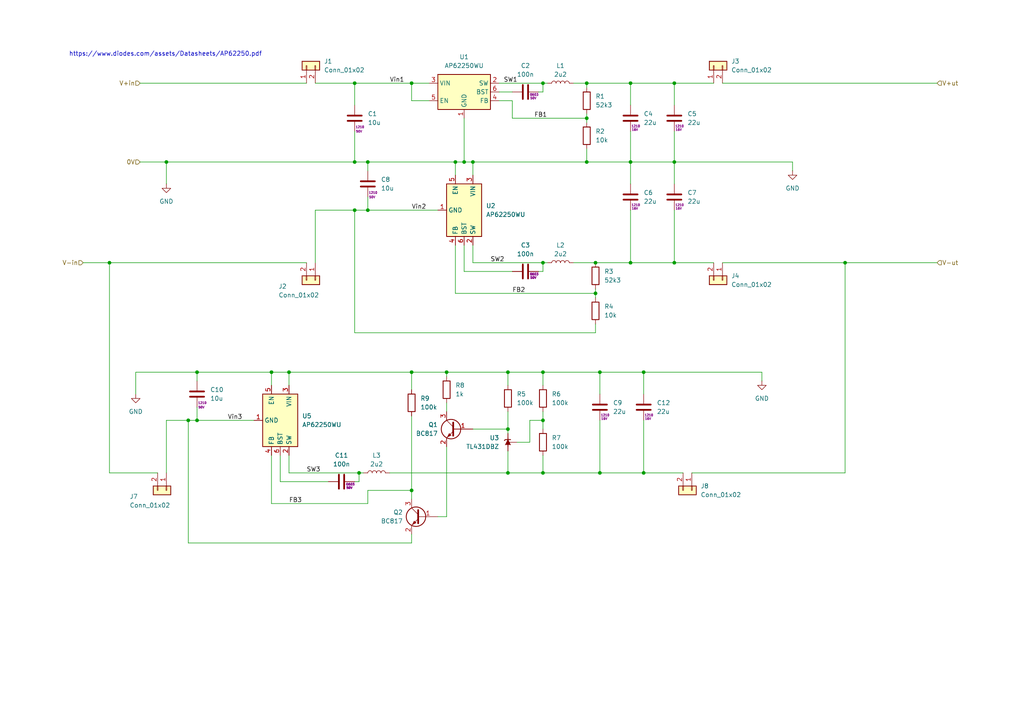
<source format=kicad_sch>
(kicad_sch (version 20231120) (generator "eeschema") (generator_version "8.0")
  (paper "A4")
  (lib_symbols
    (symbol "Connector_Generic:Conn_01x02" (pin_names (offset 1.016) hide)
      (property "Reference" "J" (at 0 2.54 0))
      (property "Value" "Conn_01x02" (at 0 -5.08 0))
      (symbol "Conn_01x02_1_1"
        (rectangle (start -1.27 -2.413) (end 0 -2.667) (stroke (width 0.1524)))
        (rectangle (start -1.27 0.127) (end 0 -0.127) (stroke (width 0.1524)))
        (rectangle (start -1.27 1.27) (end 1.27 -3.81) (stroke (width 0.254)) (fill (type background)))
        (pin passive line (at -5.08 0 0) (length 3.81) (name "Pin_1") (number "1"))
        (pin passive line (at -5.08 -2.54 0) (length 3.81) (name "Pin_2") (number "2"))
      )
    )
    (symbol "Device:C" (pin_numbers hide) (pin_names (offset 0.254))
      (property "Reference" "C" (at 0.635 2.54 0))
      (property "Value" "C" (at 0.635 -2.54 0))
      (symbol "C_0_1"
        (polyline (pts (xy -2.032 -0.762) (xy 2.032 -0.762)) (stroke (width 0.508)))
        (polyline (pts (xy -2.032 0.762) (xy 2.032 0.762)) (stroke (width 0.508)))
      )
      (symbol "C_1_1"
        (pin passive line (at 0 3.81 270) (length 2.794) (name "~") (number "1"))
        (pin passive line (at 0 -3.81 90) (length 2.794) (name "~") (number "2"))
      )
    )
    (symbol "Device:L" (pin_numbers hide) (pin_names (offset 1.016) hide)
      (property "Reference" "L" (at -1.27 0 90))
      (property "Value" "L" (at 1.905 0 90))
      (symbol "L_0_1"
        (arc (start 0 -2.54) (mid 0.6323 -1.905) (end 0 -1.27))
        (arc (start 0 -1.27) (mid 0.6323 -0.635) (end 0 0))
        (arc (start 0 0) (mid 0.6323 0.635) (end 0 1.27))
        (arc (start 0 1.27) (mid 0.6323 1.905) (end 0 2.54))
      )
      (symbol "L_1_1"
        (pin passive line (at 0 3.81 270) (length 1.27) (name "1") (number "1"))
        (pin passive line (at 0 -3.81 90) (length 1.27) (name "2") (number "2"))
      )
    )
    (symbol "Device:R" (pin_numbers hide) (pin_names (offset 0))
      (property "Reference" "R" (at 2.032 0 90))
      (property "Value" "R" (at 0 0 90))
      (symbol "R_0_1"
        (rectangle (start -1.016 -2.54) (end 1.016 2.54) (stroke (width 0.254)))
      )
      (symbol "R_1_1"
        (pin passive line (at 0 3.81 270) (length 1.27) (name "~") (number "1"))
        (pin passive line (at 0 -3.81 90) (length 1.27) (name "~") (number "2"))
      )
    )
    (symbol "Reference_Voltage:TL431DBZ" (pin_numbers hide) (pin_names hide)
      (property "Reference" "U" (at -2.54 2.54 0))
      (property "Value" "TL431DBZ" (at 0 -2.54 0))
      (symbol "TL431DBZ_0_1"
        (polyline (pts (xy -1.27 0) (xy 0 0) (xy 1.27 0)))
        (polyline (pts (xy -0.762 0.762) (xy 0.762 0) (xy -0.762 -0.762)) (fill (type outline)))
        (polyline (pts (xy 0.508 -1.016) (xy 0.762 -0.762) (xy 0.762 0.762) (xy 0.762 0.762)) (stroke (width 0.254)))
      )
      (symbol "TL431DBZ_1_1"
        (pin passive line (at 2.54 0 180) (length 2.54) (name "K") (number "1"))
        (pin passive line (at 0 2.54 270) (length 2.54) (name "REF") (number "2"))
        (pin passive line (at -2.54 0 0) (length 2.54) (name "A") (number "3"))
      )
    )
    (symbol "Regulator_Switching:AP62250WU"
      (property "Reference" "U" (at -7.62 6.35 0))
      (property "Value" "AP62250WU" (at 6.35 -6.35 0))
      (symbol "AP62250WU_0_1"
        (rectangle (start -7.62 5.08) (end 7.62 -5.08) (stroke (width 0.254)) (fill (type background)))
      )
      (symbol "AP62250WU_1_1"
        (pin power_in line (at 0 -7.62 90) (length 2.54) (name "GND") (number "1"))
        (pin output line (at 10.16 2.54 180) (length 2.54) (name "SW") (number "2"))
        (pin power_in line (at -10.16 2.54 0) (length 2.54) (name "VIN") (number "3"))
        (pin input line (at 10.16 -2.54 180) (length 2.54) (name "FB") (number "4"))
        (pin passive line (at -10.16 -2.54 0) (length 2.54) (name "EN") (number "5"))
        (pin passive line (at 10.16 0 180) (length 2.54) (name "BST") (number "6"))
      )
    )
    (symbol "Transistor_BJT:BC817" (pin_names (offset 0) hide)
      (property "Reference" "Q" (at 5.08 1.905 0))
      (property "Value" "BC817" (at 5.08 0 0))
      (symbol "BC817_0_1"
        (polyline (pts (xy 0.635 0.635) (xy 2.54 2.54)))
        (polyline (pts (xy 0.635 -0.635) (xy 2.54 -2.54) (xy 2.54 -2.54)))
        (polyline (pts (xy 0.635 1.905) (xy 0.635 -1.905) (xy 0.635 -1.905)) (stroke (width 0.508)))
        (polyline (pts (xy 1.27 -1.778) (xy 1.778 -1.27) (xy 2.286 -2.286) (xy 1.27 -1.778) (xy 1.27 -1.778)) (fill (type outline)))
        (circle (center 1.27 0) (radius 2.8194) (stroke (width 0.254)))
      )
      (symbol "BC817_1_1"
        (pin input line (at -5.08 0 0) (length 5.715) (name "B") (number "1"))
        (pin passive line (at 2.54 -5.08 90) (length 2.54) (name "E") (number "2"))
        (pin passive line (at 2.54 5.08 270) (length 2.54) (name "C") (number "3"))
      )
    )
    (symbol "power:GND" (power) (pin_numbers hide) (pin_names (offset 0) hide)
      (property "Value" "GND" (at 0 -3.81 0))
      (symbol "GND_0_1"
        (polyline (pts (xy 0 0) (xy 0 -1.27) (xy 1.27 -1.27) (xy 0 -2.54) (xy -1.27 -1.27) (xy 0 -1.27)))
      )
      (symbol "GND_1_1"
        (pin power_in line (at 0 0 270) (length 0) (name "~") (number "1"))
      )
    )
  )
  (junction (at 157.48 107.95))
  (junction (at 172.72 76.2))
  (junction (at 170.18 46.99))
  (junction (at 182.88 76.2))
  (junction (at 173.99 107.95))
  (junction (at 195.58 46.99))
  (junction (at 134.62 46.99))
  (junction (at 102.87 24.13))
  (junction (at 170.18 24.13))
  (junction (at 104.14 137.16))
  (junction (at 170.18 34.29))
  (junction (at 147.32 124.46))
  (junction (at 137.16 46.99))
  (junction (at 182.88 24.13))
  (junction (at 132.08 46.99))
  (junction (at 195.58 24.13))
  (junction (at 182.88 46.99))
  (junction (at 157.48 121.92))
  (junction (at 157.48 137.16))
  (junction (at 102.87 60.96))
  (junction (at 172.72 85.09))
  (junction (at 54.61 121.92))
  (junction (at 245.11 76.2))
  (junction (at 57.15 121.92))
  (junction (at 157.48 76.2))
  (junction (at 57.15 107.95))
  (junction (at 195.58 76.2))
  (junction (at 147.32 137.16))
  (junction (at 157.48 24.13))
  (junction (at 129.54 107.95))
  (junction (at 102.87 46.99))
  (junction (at 119.38 24.13))
  (junction (at 78.74 107.95))
  (junction (at 186.69 107.95))
  (junction (at 48.26 46.99))
  (junction (at 106.68 46.99))
  (junction (at 147.32 107.95))
  (junction (at 119.38 142.24))
  (junction (at 173.99 137.16))
  (junction (at 31.75 76.2))
  (junction (at 83.82 107.95))
  (junction (at 186.69 137.16))
  (junction (at 106.68 60.96))
  (junction (at 119.38 107.95))
  (wire (pts (xy 119.38 29.21) (xy 119.38 24.13)))
  (wire (pts (xy 220.98 107.95) (xy 220.98 110.49)))
  (wire (pts (xy 40.64 24.13) (xy 88.9 24.13)))
  (wire (pts (xy 195.58 38.1) (xy 195.58 46.99)))
  (wire (pts (xy 172.72 76.2) (xy 182.88 76.2)))
  (wire (pts (xy 91.44 76.2) (xy 91.44 60.96)))
  (wire (pts (xy 83.82 137.16) (xy 104.14 137.16)))
  (wire (pts (xy 102.87 38.1) (xy 102.87 46.99)))
  (wire (pts (xy 127 149.86) (xy 129.54 149.86)))
  (wire (pts (xy 132.08 85.09) (xy 172.72 85.09)))
  (wire (pts (xy 54.61 157.48) (xy 119.38 157.48)))
  (wire (pts (xy 200.66 137.16) (xy 245.11 137.16)))
  (wire (pts (xy 195.58 24.13) (xy 207.01 24.13)))
  (wire (pts (xy 195.58 60.96) (xy 195.58 76.2)))
  (wire (pts (xy 134.62 78.74) (xy 134.62 71.12)))
  (wire (pts (xy 156.21 26.67) (xy 157.48 26.67)))
  (wire (pts (xy 147.32 107.95) (xy 157.48 107.95)))
  (wire (pts (xy 172.72 85.09) (xy 172.72 86.36)))
  (wire (pts (xy 119.38 154.94) (xy 119.38 157.48)))
  (wire (pts (xy 147.32 130.81) (xy 147.32 137.16)))
  (wire (pts (xy 104.14 137.16) (xy 104.14 139.7)))
  (wire (pts (xy 106.68 46.99) (xy 106.68 49.53)))
  (wire (pts (xy 102.87 60.96) (xy 102.87 96.52)))
  (wire (pts (xy 195.58 46.99) (xy 195.58 53.34)))
  (wire (pts (xy 39.37 107.95) (xy 57.15 107.95)))
  (wire (pts (xy 157.48 119.38) (xy 157.48 121.92)))
  (wire (pts (xy 102.87 46.99) (xy 106.68 46.99)))
  (wire (pts (xy 148.59 34.29) (xy 170.18 34.29)))
  (wire (pts (xy 182.88 24.13) (xy 182.88 30.48)))
  (wire (pts (xy 157.48 76.2) (xy 157.48 78.74)))
  (wire (pts (xy 149.86 128.27) (xy 153.67 128.27)))
  (wire (pts (xy 48.26 46.99) (xy 48.26 53.34)))
  (wire (pts (xy 172.72 96.52) (xy 102.87 96.52)))
  (wire (pts (xy 182.88 46.99) (xy 195.58 46.99)))
  (wire (pts (xy 57.15 118.11) (xy 57.15 121.92)))
  (wire (pts (xy 137.16 46.99) (xy 170.18 46.99)))
  (wire (pts (xy 48.26 121.92) (xy 54.61 121.92)))
  (wire (pts (xy 148.59 29.21) (xy 148.59 34.29)))
  (wire (pts (xy 144.78 29.21) (xy 148.59 29.21)))
  (wire (pts (xy 83.82 107.95) (xy 83.82 111.76)))
  (wire (pts (xy 157.48 107.95) (xy 173.99 107.95)))
  (wire (pts (xy 132.08 46.99) (xy 134.62 46.99)))
  (wire (pts (xy 144.78 26.67) (xy 148.59 26.67)))
  (wire (pts (xy 182.88 24.13) (xy 195.58 24.13)))
  (wire (pts (xy 81.28 139.7) (xy 81.28 132.08)))
  (wire (pts (xy 31.75 76.2) (xy 31.75 137.16)))
  (wire (pts (xy 157.48 24.13) (xy 158.75 24.13)))
  (wire (pts (xy 229.87 46.99) (xy 229.87 49.53)))
  (wire (pts (xy 129.54 149.86) (xy 129.54 129.54)))
  (wire (pts (xy 91.44 60.96) (xy 102.87 60.96)))
  (wire (pts (xy 182.88 46.99) (xy 182.88 53.34)))
  (wire (pts (xy 245.11 76.2) (xy 271.78 76.2)))
  (wire (pts (xy 173.99 137.16) (xy 186.69 137.16)))
  (wire (pts (xy 78.74 111.76) (xy 78.74 107.95)))
  (wire (pts (xy 157.48 76.2) (xy 158.75 76.2)))
  (wire (pts (xy 166.37 24.13) (xy 170.18 24.13)))
  (wire (pts (xy 31.75 76.2) (xy 88.9 76.2)))
  (wire (pts (xy 31.75 137.16) (xy 45.72 137.16)))
  (wire (pts (xy 182.88 38.1) (xy 182.88 46.99)))
  (wire (pts (xy 148.59 78.74) (xy 134.62 78.74)))
  (wire (pts (xy 157.48 121.92) (xy 157.48 124.46)))
  (wire (pts (xy 182.88 76.2) (xy 195.58 76.2)))
  (wire (pts (xy 173.99 107.95) (xy 173.99 114.3)))
  (wire (pts (xy 156.21 78.74) (xy 157.48 78.74)))
  (wire (pts (xy 106.68 60.96) (xy 127 60.96)))
  (wire (pts (xy 119.38 107.95) (xy 129.54 107.95)))
  (wire (pts (xy 106.68 146.05) (xy 106.68 142.24)))
  (wire (pts (xy 186.69 137.16) (xy 198.12 137.16)))
  (wire (pts (xy 173.99 107.95) (xy 186.69 107.95)))
  (wire (pts (xy 48.26 46.99) (xy 102.87 46.99)))
  (wire (pts (xy 129.54 107.95) (xy 147.32 107.95)))
  (wire (pts (xy 147.32 107.95) (xy 147.32 111.76)))
  (wire (pts (xy 24.13 76.2) (xy 31.75 76.2)))
  (wire (pts (xy 83.82 132.08) (xy 83.82 137.16)))
  (wire (pts (xy 57.15 107.95) (xy 78.74 107.95)))
  (wire (pts (xy 119.38 120.65) (xy 119.38 142.24)))
  (wire (pts (xy 83.82 107.95) (xy 119.38 107.95)))
  (wire (pts (xy 170.18 46.99) (xy 182.88 46.99)))
  (wire (pts (xy 78.74 107.95) (xy 83.82 107.95)))
  (wire (pts (xy 102.87 24.13) (xy 119.38 24.13)))
  (wire (pts (xy 137.16 46.99) (xy 137.16 50.8)))
  (wire (pts (xy 157.48 137.16) (xy 173.99 137.16)))
  (wire (pts (xy 186.69 107.95) (xy 186.69 114.3)))
  (wire (pts (xy 153.67 128.27) (xy 153.67 121.92)))
  (wire (pts (xy 144.78 24.13) (xy 157.48 24.13)))
  (wire (pts (xy 137.16 76.2) (xy 157.48 76.2)))
  (wire (pts (xy 153.67 121.92) (xy 157.48 121.92)))
  (wire (pts (xy 39.37 107.95) (xy 39.37 114.3)))
  (wire (pts (xy 170.18 24.13) (xy 182.88 24.13)))
  (wire (pts (xy 132.08 71.12) (xy 132.08 85.09)))
  (wire (pts (xy 170.18 33.02) (xy 170.18 34.29)))
  (wire (pts (xy 147.32 137.16) (xy 157.48 137.16)))
  (wire (pts (xy 48.26 137.16) (xy 48.26 121.92)))
  (wire (pts (xy 195.58 24.13) (xy 195.58 30.48)))
  (wire (pts (xy 102.87 24.13) (xy 102.87 30.48)))
  (wire (pts (xy 40.64 46.99) (xy 48.26 46.99)))
  (wire (pts (xy 172.72 83.82) (xy 172.72 85.09)))
  (wire (pts (xy 186.69 107.95) (xy 220.98 107.95)))
  (wire (pts (xy 106.68 142.24) (xy 119.38 142.24)))
  (wire (pts (xy 57.15 121.92) (xy 73.66 121.92)))
  (wire (pts (xy 129.54 116.84) (xy 129.54 119.38)))
  (wire (pts (xy 182.88 60.96) (xy 182.88 76.2)))
  (wire (pts (xy 106.68 46.99) (xy 132.08 46.99)))
  (wire (pts (xy 129.54 107.95) (xy 129.54 109.22)))
  (wire (pts (xy 147.32 124.46) (xy 147.32 125.73)))
  (wire (pts (xy 195.58 76.2) (xy 207.01 76.2)))
  (wire (pts (xy 113.03 137.16) (xy 147.32 137.16)))
  (wire (pts (xy 134.62 46.99) (xy 137.16 46.99)))
  (wire (pts (xy 78.74 132.08) (xy 78.74 146.05)))
  (wire (pts (xy 166.37 76.2) (xy 172.72 76.2)))
  (wire (pts (xy 95.25 139.7) (xy 81.28 139.7)))
  (wire (pts (xy 195.58 46.99) (xy 229.87 46.99)))
  (wire (pts (xy 172.72 93.98) (xy 172.72 96.52)))
  (wire (pts (xy 104.14 137.16) (xy 105.41 137.16)))
  (wire (pts (xy 119.38 107.95) (xy 119.38 113.03)))
  (wire (pts (xy 147.32 119.38) (xy 147.32 124.46)))
  (wire (pts (xy 134.62 34.29) (xy 134.62 46.99)))
  (wire (pts (xy 157.48 107.95) (xy 157.48 111.76)))
  (wire (pts (xy 119.38 24.13) (xy 124.46 24.13)))
  (wire (pts (xy 119.38 142.24) (xy 119.38 144.78)))
  (wire (pts (xy 186.69 121.92) (xy 186.69 137.16)))
  (wire (pts (xy 170.18 34.29) (xy 170.18 35.56)))
  (wire (pts (xy 57.15 107.95) (xy 57.15 110.49)))
  (wire (pts (xy 137.16 124.46) (xy 147.32 124.46)))
  (wire (pts (xy 102.87 139.7) (xy 104.14 139.7)))
  (wire (pts (xy 54.61 121.92) (xy 57.15 121.92)))
  (wire (pts (xy 132.08 50.8) (xy 132.08 46.99)))
  (wire (pts (xy 102.87 60.96) (xy 106.68 60.96)))
  (wire (pts (xy 173.99 121.92) (xy 173.99 137.16)))
  (wire (pts (xy 54.61 121.92) (xy 54.61 157.48)))
  (wire (pts (xy 124.46 29.21) (xy 119.38 29.21)))
  (wire (pts (xy 78.74 146.05) (xy 106.68 146.05)))
  (wire (pts (xy 91.44 24.13) (xy 102.87 24.13)))
  (wire (pts (xy 137.16 71.12) (xy 137.16 76.2)))
  (wire (pts (xy 157.48 24.13) (xy 157.48 26.67)))
  (wire (pts (xy 106.68 57.15) (xy 106.68 60.96)))
  (wire (pts (xy 245.11 137.16) (xy 245.11 76.2)))
  (wire (pts (xy 209.55 76.2) (xy 245.11 76.2)))
  (wire (pts (xy 170.18 24.13) (xy 170.18 25.4)))
  (wire (pts (xy 209.55 24.13) (xy 271.78 24.13)))
  (wire (pts (xy 157.48 132.08) (xy 157.48 137.16)))
  (wire (pts (xy 170.18 43.18) (xy 170.18 46.99)))
  (text "https://www.diodes.com/assets/Datasheets/AP62250.pdf" (at 48.006 15.748 0) (effects (font (size 1.27 1.27))))
  (label "Vin2" (at 119.38 60.96 0))
  (label "FB2" (at 148.59 85.09 0))
  (label "FB1" (at 154.94 34.29 0))
  (label "Vin1" (at 113.03 24.13 0))
  (label "SW1" (at 146.05 24.13 0))
  (label "SW3" (at 88.9 137.16 0))
  (label "FB3" (at 83.82 146.05 0))
  (label "Vin3" (at 66.04 121.92 0))
  (label "SW2" (at 142.24 76.2 0))
  (hierarchical_label "V+in" (shape input) (at 40.64 24.13 180))
  (hierarchical_label "V+ut" (shape input) (at 271.78 24.13 0))
  (hierarchical_label "0V" (shape input) (at 40.64 46.99 180))
  (hierarchical_label "V-ut" (shape input) (at 271.78 76.2 0))
  (hierarchical_label "V-in" (shape input) (at 24.13 76.2 180))
  (symbol (lib_id "Connector_Generic:Conn_01x02") (at 91.44 81.28 270) (unit 1)
    (property "Reference" "J2" (at 80.772 83.058 90) (effects (justify left)))
    (property "Value" "Conn_01x02" (at 80.772 85.598 90) (effects (justify left)))
    (property "Footprint" "Connector_PinHeader_2.54mm:PinHeader_1x02_P2.54mm_Vertical" (effects (hide yes)))
    (property "Description" "Generic connector, single row, 01x02, script generated (kicad-library-utils/schlib/autogen/connector/)" (effects (hide yes)))
  )
  (symbol (lib_id "Device:C") (at 152.4 26.67 90) (unit 1)
    (property "Reference" "C2" (at 152.4 19.05 90))
    (property "Value" "100n" (at 152.4 21.59 90))
    (property "Footprint" "Capacitor_SMD:C_0603_1608Metric_Pad1.08x0.95mm_HandSolder" (effects (hide yes)))
    (property "Description" "Unpolarized capacitor" (effects (hide yes)))
    (property "Voltage" "50V" (at 154.686 28.448 90) (effects (font (size 0.635 0.635))))
    (property "Package" "0603" (at 154.94 27.432 90) (effects (font (size 0.635 0.635))))
  )
  (symbol (lib_id "Device:R") (at 170.18 29.21 0) (unit 1)
    (property "Reference" "R1" (at 172.72 27.9399 0) (effects (justify left)))
    (property "Value" "52k3" (at 172.72 30.4799 0) (effects (justify left)))
    (property "Footprint" "Resistor_SMD:R_0603_1608Metric_Pad0.98x0.95mm_HandSolder" (effects (hide yes)))
    (property "Description" "Resistor" (effects (hide yes)))
    (property "Package" "0603" (effects (hide yes)))
  )
  (symbol (lib_id "Device:C") (at 173.99 118.11 0) (unit 1)
    (property "Reference" "C9" (at 177.8 116.8399 0) (effects (justify left)))
    (property "Value" "22u" (at 177.8 119.3799 0) (effects (justify left)))
    (property "Footprint" "Capacitor_SMD:C_1210_3225Metric_Pad1.33x2.70mm_HandSolder" (effects (hide yes)))
    (property "Description" "Unpolarized capacitor" (effects (hide yes)))
    (property "Package" "1210" (at 175.514 120.396 0) (effects (font (size 0.635 0.635))))
    (property "Voltage" "16V" (at 175.26 121.412 0) (effects (font (size 0.635 0.635))))
  )
  (symbol (lib_id "power:GND") (at 39.37 114.3 0) (unit 1)
    (property "Reference" "#PWR01" (effects (hide yes)))
    (property "Value" "GND" (at 39.37 119.38 0))
    (property "Description" "Power symbol creates a global label with name \"GND\" , ground" (effects (hide yes)))
  )
  (symbol (lib_id "Connector_Generic:Conn_01x02") (at 200.66 142.24 270) (unit 1)
    (property "Reference" "J8" (at 203.2 140.9699 90) (effects (justify left)))
    (property "Value" "Conn_01x02" (at 203.2 143.5099 90) (effects (justify left)))
    (property "Footprint" "Connector_PinHeader_2.54mm:PinHeader_1x02_P2.54mm_Vertical" (effects (hide yes)))
    (property "Description" "Generic connector, single row, 01x02, script generated (kicad-library-utils/schlib/autogen/connector/)" (effects (hide yes)))
  )
  (symbol (lib_id "Device:C") (at 106.68 53.34 0) (unit 1)
    (property "Reference" "C8" (at 110.49 52.0699 0) (effects (justify left)))
    (property "Value" "10u" (at 110.49 54.6099 0) (effects (justify left)))
    (property "Footprint" "Capacitor_SMD:C_1210_3225Metric_Pad1.33x2.70mm_HandSolder" (effects (hide yes)))
    (property "Description" "Unpolarized capacitor" (effects (hide yes)))
    (property "Voltage" "50V" (at 107.95 57.15 0) (effects (font (size 0.635 0.635))))
    (property "Package" "1210" (at 108.204 55.88 0) (effects (font (size 0.635 0.635))))
  )
  (symbol (lib_id "Device:C") (at 152.4 78.74 90) (unit 1)
    (property "Reference" "C3" (at 152.4 71.12 90))
    (property "Value" "100n" (at 152.4 73.66 90))
    (property "Footprint" "Capacitor_SMD:C_0603_1608Metric_Pad1.08x0.95mm_HandSolder" (effects (hide yes)))
    (property "Description" "Unpolarized capacitor" (effects (hide yes)))
    (property "Voltage" "50V" (at 154.686 80.518 90) (effects (font (size 0.635 0.635))))
    (property "Package" "0603" (at 154.94 79.502 90) (effects (font (size 0.635 0.635))))
  )
  (symbol (lib_id "Device:C") (at 102.87 34.29 0) (unit 1)
    (property "Reference" "C1" (at 106.68 33.0199 0) (effects (justify left)))
    (property "Value" "10u" (at 106.68 35.5599 0) (effects (justify left)))
    (property "Footprint" "Capacitor_SMD:C_1210_3225Metric_Pad1.33x2.70mm_HandSolder" (effects (hide yes)))
    (property "Description" "Unpolarized capacitor" (effects (hide yes)))
    (property "Voltage" "50V" (at 104.14 38.1 0) (effects (font (size 0.635 0.635))))
    (property "Package" "1210" (at 104.394 36.83 0) (effects (font (size 0.635 0.635))))
  )
  (symbol (lib_id "Reference_Voltage:TL431DBZ") (at 147.32 128.27 270) (mirror x) (unit 1)
    (property "Reference" "U3" (at 144.78 126.9999 90) (effects (justify right)))
    (property "Value" "TL431DBZ" (at 144.78 129.5399 90) (effects (justify right)))
    (property "Footprint" "Package_TO_SOT_SMD:SOT-23" (effects (hide yes)))
    (property "Datasheet" "http://www.ti.com/lit/ds/symlink/tl431.pdf" (effects (hide yes)))
    (property "Description" "Shunt Regulator, SOT-23" (effects (hide yes)))
    (property "MPN" "TL431" (effects (hide yes)))
  )
  (symbol (lib_id "Device:C") (at 57.15 114.3 0) (unit 1)
    (property "Reference" "C10" (at 60.96 113.0299 0) (effects (justify left)))
    (property "Value" "10u" (at 60.96 115.5699 0) (effects (justify left)))
    (property "Footprint" "Capacitor_SMD:C_1210_3225Metric_Pad1.33x2.70mm_HandSolder" (effects (hide yes)))
    (property "Description" "Unpolarized capacitor" (effects (hide yes)))
    (property "Voltage" "50V" (at 58.42 118.11 0) (effects (font (size 0.635 0.635))))
    (property "Package" "1210" (at 58.674 116.84 0) (effects (font (size 0.635 0.635))))
  )
  (symbol (lib_id "power:GND") (at 229.87 49.53 0) (unit 1)
    (property "Reference" "#PWR04" (effects (hide yes)))
    (property "Value" "GND" (at 229.87 54.61 0))
    (property "Description" "Power symbol creates a global label with name \"GND\" , ground" (effects (hide yes)))
  )
  (symbol (lib_id "Device:C") (at 182.88 57.15 0) (unit 1)
    (property "Reference" "C6" (at 186.69 55.8799 0) (effects (justify left)))
    (property "Value" "22u" (at 186.69 58.4199 0) (effects (justify left)))
    (property "Footprint" "Capacitor_SMD:C_1210_3225Metric_Pad1.33x2.70mm_HandSolder" (effects (hide yes)))
    (property "Description" "Unpolarized capacitor" (effects (hide yes)))
    (property "Package" "1210" (at 184.404 59.436 0) (effects (font (size 0.635 0.635))))
    (property "Voltage" "16V" (at 184.15 60.452 0) (effects (font (size 0.635 0.635))))
  )
  (symbol (lib_id "power:GND") (at 48.26 53.34 0) (unit 1)
    (property "Reference" "#PWR03" (effects (hide yes)))
    (property "Value" "GND" (at 48.26 58.42 0))
    (property "Description" "Power symbol creates a global label with name \"GND\" , ground" (effects (hide yes)))
  )
  (symbol (lib_id "Device:C") (at 182.88 34.29 0) (unit 1)
    (property "Reference" "C4" (at 186.69 33.0199 0) (effects (justify left)))
    (property "Value" "22u" (at 186.69 35.5599 0) (effects (justify left)))
    (property "Footprint" "Capacitor_SMD:C_1210_3225Metric_Pad1.33x2.70mm_HandSolder" (effects (hide yes)))
    (property "Description" "Unpolarized capacitor" (effects (hide yes)))
    (property "Package" "1210" (at 184.404 36.576 0) (effects (font (size 0.635 0.635))))
    (property "Voltage" "16V" (at 184.15 37.592 0) (effects (font (size 0.635 0.635))))
  )
  (symbol (lib_id "Device:L") (at 109.22 137.16 90) (unit 1)
    (property "Reference" "L3" (at 109.22 132.08 90))
    (property "Value" "2u2" (at 109.22 134.62 90))
    (property "Footprint" "buck_lib:L_Eaton_DR74" (effects (hide yes)))
    (property "Description" "Inductor" (effects (hide yes)))
    (property "MPN" "DR74-4R7-R" (effects (hide yes)))
    (property "Mfr" "Eaton - Electronics Division" (effects (hide yes)))
  )
  (symbol (lib_id "Connector_Generic:Conn_01x02") (at 88.9 19.05 90) (unit 1)
    (property "Reference" "J1" (at 93.98 17.7799 90) (effects (justify right)))
    (property "Value" "Conn_01x02" (at 93.98 20.3199 90) (effects (justify right)))
    (property "Footprint" "Connector_PinHeader_2.54mm:PinHeader_1x02_P2.54mm_Vertical" (effects (hide yes)))
    (property "Description" "Generic connector, single row, 01x02, script generated (kicad-library-utils/schlib/autogen/connector/)" (effects (hide yes)))
  )
  (symbol (lib_id "Connector_Generic:Conn_01x02") (at 48.26 142.24 270) (unit 1)
    (property "Reference" "J7" (at 37.592 144.018 90) (effects (justify left)))
    (property "Value" "Conn_01x02" (at 37.592 146.558 90) (effects (justify left)))
    (property "Footprint" "Connector_PinHeader_2.54mm:PinHeader_1x02_P2.54mm_Vertical" (effects (hide yes)))
    (property "Description" "Generic connector, single row, 01x02, script generated (kicad-library-utils/schlib/autogen/connector/)" (effects (hide yes)))
  )
  (symbol (lib_id "Device:R") (at 170.18 39.37 0) (unit 1)
    (property "Reference" "R2" (at 172.72 38.0999 0) (effects (justify left)))
    (property "Value" "10k" (at 172.72 40.6399 0) (effects (justify left)))
    (property "Footprint" "Resistor_SMD:R_0603_1608Metric_Pad0.98x0.95mm_HandSolder" (effects (hide yes)))
    (property "Description" "Resistor" (effects (hide yes)))
    (property "Package" "0603" (effects (hide yes)))
  )
  (symbol (lib_id "Device:R") (at 172.72 80.01 0) (unit 1)
    (property "Reference" "R3" (at 175.26 78.7399 0) (effects (justify left)))
    (property "Value" "52k3" (at 175.26 81.2799 0) (effects (justify left)))
    (property "Footprint" "Resistor_SMD:R_0603_1608Metric_Pad0.98x0.95mm_HandSolder" (effects (hide yes)))
    (property "Description" "Resistor" (effects (hide yes)))
    (property "Package" "0603" (effects (hide yes)))
  )
  (symbol (lib_id "Device:L") (at 162.56 76.2 90) (unit 1)
    (property "Reference" "L2" (at 162.56 71.12 90))
    (property "Value" "2u2" (at 162.56 73.66 90))
    (property "Footprint" "buck_lib:L_Eaton_DR74" (effects (hide yes)))
    (property "Description" "Inductor" (effects (hide yes)))
    (property "MPN" "DR74-4R7-R" (effects (hide yes)))
    (property "Mfr" "Eaton - Electronics Division" (effects (hide yes)))
  )
  (symbol (lib_id "Regulator_Switching:AP62250WU") (at 134.62 26.67 0) (unit 1)
    (property "Reference" "U1" (at 134.62 16.51 0))
    (property "Value" "AP62250WU" (at 134.62 19.05 0))
    (property "Footprint" "Package_TO_SOT_SMD:TSOT-23-6" (effects (hide yes)))
    (property "Datasheet" "https://www.diodes.com/assets/Datasheets/AP62250.pdf" (effects (hide yes)))
    (property "Description" "2.5A, 1.3MHz Buck DC/DC Converter, 4.2V-18V input voltage, 0.8V-7V adjustable output voltage, TSOT-23-6" (effects (hide yes)))
    (property "MPN" "AP62250WU" (effects (hide yes)))
    (property "Mfr" "Diodes Inc." (effects (hide yes)))
  )
  (symbol (lib_id "Regulator_Switching:AP62250WU") (at 81.28 121.92 270) (unit 1)
    (property "Reference" "U5" (at 87.63 120.6499 90) (effects (justify left)))
    (property "Value" "AP62250WU" (at 87.63 123.1899 90) (effects (justify left)))
    (property "Footprint" "Package_TO_SOT_SMD:TSOT-23-6" (effects (hide yes)))
    (property "Datasheet" "https://www.diodes.com/assets/Datasheets/AP62250.pdf" (effects (hide yes)))
    (property "Description" "2.5A, 1.3MHz Buck DC/DC Converter, 4.2V-18V input voltage, 0.8V-7V adjustable output voltage, TSOT-23-6" (effects (hide yes)))
    (property "MPN" "AP62250WU" (effects (hide yes)))
    (property "Mfr" "Diodes Inc." (effects (hide yes)))
  )
  (symbol (lib_id "Device:C") (at 195.58 57.15 0) (unit 1)
    (property "Reference" "C7" (at 199.39 55.8799 0) (effects (justify left)))
    (property "Value" "22u" (at 199.39 58.4199 0) (effects (justify left)))
    (property "Footprint" "Capacitor_SMD:C_1210_3225Metric_Pad1.33x2.70mm_HandSolder" (effects (hide yes)))
    (property "Description" "Unpolarized capacitor" (effects (hide yes)))
    (property "Package" "1210" (at 197.104 59.436 0) (effects (font (size 0.635 0.635))))
    (property "Voltage" "16V" (at 196.85 60.452 0) (effects (font (size 0.635 0.635))))
  )
  (symbol (lib_id "Device:C") (at 195.58 34.29 0) (unit 1)
    (property "Reference" "C5" (at 199.39 33.0199 0) (effects (justify left)))
    (property "Value" "22u" (at 199.39 35.5599 0) (effects (justify left)))
    (property "Footprint" "Capacitor_SMD:C_1210_3225Metric_Pad1.33x2.70mm_HandSolder" (effects (hide yes)))
    (property "Description" "Unpolarized capacitor" (effects (hide yes)))
    (property "Package" "1210" (at 197.104 36.576 0) (effects (font (size 0.635 0.635))))
    (property "Voltage" "16V" (at 196.85 37.592 0) (effects (font (size 0.635 0.635))))
  )
  (symbol (lib_id "power:GND") (at 220.98 110.49 0) (unit 1)
    (property "Reference" "#PWR08" (effects (hide yes)))
    (property "Value" "GND" (at 220.98 115.57 0))
    (property "Description" "Power symbol creates a global label with name \"GND\" , ground" (effects (hide yes)))
  )
  (symbol (lib_id "Device:R") (at 119.38 116.84 0) (unit 1)
    (property "Reference" "R9" (at 121.92 115.5699 0) (effects (justify left)))
    (property "Value" "100k" (at 121.92 118.1099 0) (effects (justify left)))
    (property "Footprint" "Resistor_SMD:R_0603_1608Metric_Pad0.98x0.95mm_HandSolder" (effects (hide yes)))
    (property "Description" "Resistor" (effects (hide yes)))
    (property "Package" "0603" (effects (hide yes)))
  )
  (symbol (lib_id "Transistor_BJT:BC817") (at 132.08 124.46 0) (mirror y) (unit 1)
    (property "Reference" "Q1" (at 127 123.1899 0) (effects (justify left)))
    (property "Value" "BC817" (at 127 125.7299 0) (effects (justify left)))
    (property "Footprint" "Package_TO_SOT_SMD:SOT-23" (effects (hide yes)))
    (property "Datasheet" "https://www.onsemi.com/pub/Collateral/BC818-D.pdf" (effects (hide yes)))
    (property "Description" "0.8A Ic, 45V Vce, NPN Transistor, SOT-23" (effects (hide yes)))
    (property "MPN" "BC817" (effects (hide yes)))
  )
  (symbol (lib_id "Device:R") (at 172.72 90.17 0) (unit 1)
    (property "Reference" "R4" (at 175.26 88.8999 0) (effects (justify left)))
    (property "Value" "10k" (at 175.26 91.4399 0) (effects (justify left)))
    (property "Footprint" "Resistor_SMD:R_0603_1608Metric_Pad0.98x0.95mm_HandSolder" (effects (hide yes)))
    (property "Description" "Resistor" (effects (hide yes)))
    (property "Package" "0603" (effects (hide yes)))
  )
  (symbol (lib_id "Device:R") (at 157.48 115.57 0) (unit 1)
    (property "Reference" "R6" (at 160.02 114.2999 0) (effects (justify left)))
    (property "Value" "100k" (at 160.02 116.8399 0) (effects (justify left)))
    (property "Footprint" "Resistor_SMD:R_0603_1608Metric_Pad0.98x0.95mm_HandSolder" (effects (hide yes)))
    (property "Description" "Resistor" (effects (hide yes)))
    (property "Package" "0603" (effects (hide yes)))
  )
  (symbol (lib_id "Connector_Generic:Conn_01x02") (at 207.01 19.05 90) (unit 1)
    (property "Reference" "J3" (at 212.09 17.7799 90) (effects (justify right)))
    (property "Value" "Conn_01x02" (at 212.09 20.3199 90) (effects (justify right)))
    (property "Footprint" "Connector_PinHeader_2.54mm:PinHeader_1x02_P2.54mm_Vertical" (effects (hide yes)))
    (property "Description" "Generic connector, single row, 01x02, script generated (kicad-library-utils/schlib/autogen/connector/)" (effects (hide yes)))
  )
  (symbol (lib_id "Connector_Generic:Conn_01x02") (at 209.55 81.28 270) (unit 1)
    (property "Reference" "J4" (at 212.09 80.0099 90) (effects (justify left)))
    (property "Value" "Conn_01x02" (at 212.09 82.5499 90) (effects (justify left)))
    (property "Footprint" "Connector_PinHeader_2.54mm:PinHeader_1x02_P2.54mm_Vertical" (effects (hide yes)))
    (property "Description" "Generic connector, single row, 01x02, script generated (kicad-library-utils/schlib/autogen/connector/)" (effects (hide yes)))
  )
  (symbol (lib_id "Regulator_Switching:AP62250WU") (at 134.62 60.96 270) (unit 1)
    (property "Reference" "U2" (at 140.97 59.6899 90) (effects (justify left)))
    (property "Value" "AP62250WU" (at 140.97 62.2299 90) (effects (justify left)))
    (property "Footprint" "Package_TO_SOT_SMD:TSOT-23-6" (effects (hide yes)))
    (property "Datasheet" "https://www.diodes.com/assets/Datasheets/AP62250.pdf" (effects (hide yes)))
    (property "Description" "2.5A, 1.3MHz Buck DC/DC Converter, 4.2V-18V input voltage, 0.8V-7V adjustable output voltage, TSOT-23-6" (effects (hide yes)))
    (property "MPN" "AP62250WU" (effects (hide yes)))
    (property "Mfr" "Diodes Inc." (effects (hide yes)))
  )
  (symbol (lib_id "Device:C") (at 186.69 118.11 0) (unit 1)
    (property "Reference" "C12" (at 190.5 116.8399 0) (effects (justify left)))
    (property "Value" "22u" (at 190.5 119.3799 0) (effects (justify left)))
    (property "Footprint" "Capacitor_SMD:C_1210_3225Metric_Pad1.33x2.70mm_HandSolder" (effects (hide yes)))
    (property "Description" "Unpolarized capacitor" (effects (hide yes)))
    (property "Package" "1210" (at 188.214 120.396 0) (effects (font (size 0.635 0.635))))
    (property "Voltage" "16V" (at 187.96 121.412 0) (effects (font (size 0.635 0.635))))
  )
  (symbol (lib_id "Device:C") (at 99.06 139.7 90) (unit 1)
    (property "Reference" "C11" (at 99.06 132.08 90))
    (property "Value" "100n" (at 99.06 134.62 90))
    (property "Footprint" "Capacitor_SMD:C_0603_1608Metric_Pad1.08x0.95mm_HandSolder" (effects (hide yes)))
    (property "Description" "Unpolarized capacitor" (effects (hide yes)))
    (property "Voltage" "50V" (at 101.346 141.478 90) (effects (font (size 0.635 0.635))))
    (property "Package" "0603" (at 101.6 140.462 90) (effects (font (size 0.635 0.635))))
  )
  (symbol (lib_id "Transistor_BJT:BC817") (at 121.92 149.86 0) (mirror y) (unit 1)
    (property "Reference" "Q2" (at 116.84 148.5899 0) (effects (justify left)))
    (property "Value" "BC817" (at 116.84 151.1299 0) (effects (justify left)))
    (property "Footprint" "Package_TO_SOT_SMD:SOT-23" (effects (hide yes)))
    (property "Datasheet" "https://www.onsemi.com/pub/Collateral/BC818-D.pdf" (effects (hide yes)))
    (property "Description" "0.8A Ic, 45V Vce, NPN Transistor, SOT-23" (effects (hide yes)))
    (property "MPN" "BC817" (effects (hide yes)))
  )
  (symbol (lib_id "Device:R") (at 147.32 115.57 0) (unit 1)
    (property "Reference" "R5" (at 149.86 114.2999 0) (effects (justify left)))
    (property "Value" "100k" (at 149.86 116.8399 0) (effects (justify left)))
    (property "Footprint" "Resistor_SMD:R_0603_1608Metric_Pad0.98x0.95mm_HandSolder" (effects (hide yes)))
    (property "Description" "Resistor" (effects (hide yes)))
    (property "Package" "0603" (effects (hide yes)))
  )
  (symbol (lib_id "Device:R") (at 157.48 128.27 0) (unit 1)
    (property "Reference" "R7" (at 160.02 126.9999 0) (effects (justify left)))
    (property "Value" "100k" (at 160.02 129.5399 0) (effects (justify left)))
    (property "Footprint" "Resistor_SMD:R_0603_1608Metric_Pad0.98x0.95mm_HandSolder" (effects (hide yes)))
    (property "Description" "Resistor" (effects (hide yes)))
    (property "Package" "0603" (effects (hide yes)))
  )
  (symbol (lib_id "Device:R") (at 129.54 113.03 0) (unit 1)
    (property "Reference" "R8" (at 132.08 111.7599 0) (effects (justify left)))
    (property "Value" "1k" (at 132.08 114.2999 0) (effects (justify left)))
    (property "Footprint" "Resistor_SMD:R_0603_1608Metric_Pad0.98x0.95mm_HandSolder" (effects (hide yes)))
    (property "Description" "Resistor" (effects (hide yes)))
    (property "Package" "0603" (effects (hide yes)))
  )
  (symbol (lib_id "Device:L") (at 162.56 24.13 90) (unit 1)
    (property "Reference" "L1" (at 162.56 19.05 90))
    (property "Value" "2u2" (at 162.56 21.59 90))
    (property "Footprint" "buck_lib:L_Eaton_DR74" (effects (hide yes)))
    (property "Description" "Inductor" (effects (hide yes)))
    (property "MPN" "DR74-4R7-R" (effects (hide yes)))
    (property "Mfr" "Eaton - Electronics Division" (effects (hide yes)))
  )
)
</source>
